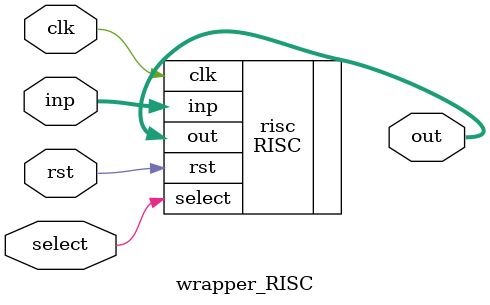
<source format=v>
`timescale 1ns / 1ps
module wrapper_RISC(clk, rst, select, inp, out);
	input clk, rst, select;
	input [9:0] inp;
	output [15:0] out;
	
	RISC risc(.clk(clk), .rst(rst), .select(select), .inp(inp), .out(out));
endmodule

</source>
